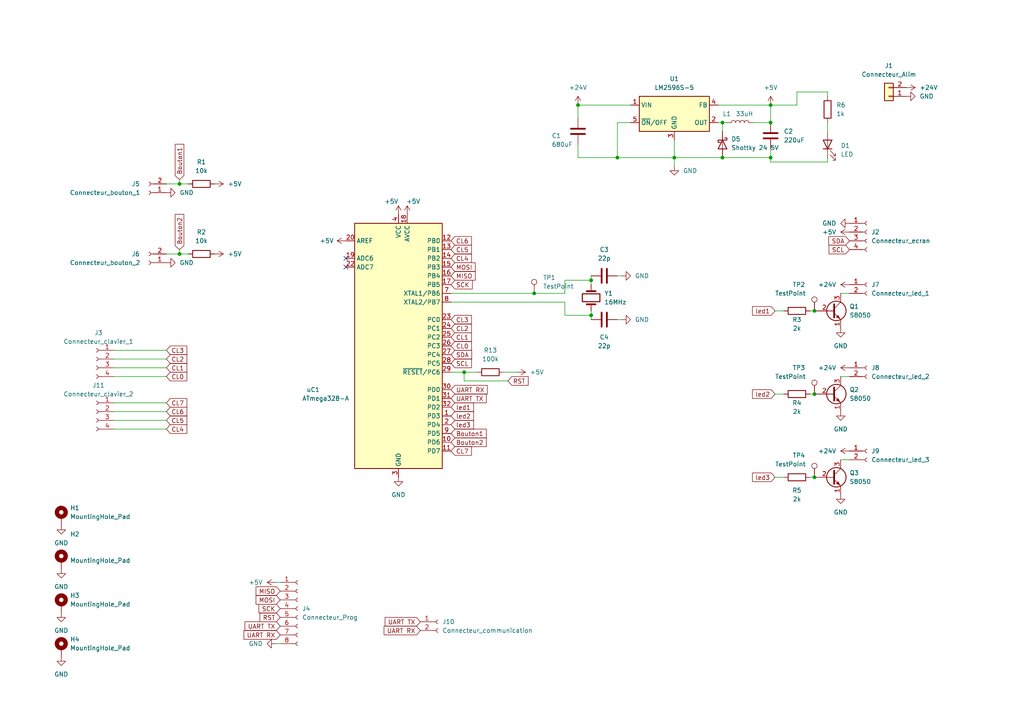
<source format=kicad_sch>
(kicad_sch (version 20211123) (generator eeschema)
  (paper "A4")
  (lib_symbols
    (symbol "Connector:Conn_01x02_Female" (pin_names (offset 1.016) hide)
      (property "Reference" "J" (at 0 2.54 0))
      (property "Value" "Conn_01x02_Female" (at 0 -5.08 0))
      (symbol "Conn_01x02_Female_1_1"
        (arc (start 0 -2.032) (mid -0.508 -2.54) (end 0 -3.048) (stroke (width 0.1524)))
        (polyline (pts (xy -1.27 -2.54) (xy -0.508 -2.54)) (stroke (width 0.1524)))
        (polyline (pts (xy -1.27 0) (xy -0.508 0)) (stroke (width 0.1524)))
        (arc (start 0 0.508) (mid -0.508 0) (end 0 -0.508) (stroke (width 0.1524)))
        (pin passive line (at -5.08 0 0) (length 3.81) (name "Pin_1") (number "1"))
        (pin passive line (at -5.08 -2.54 0) (length 3.81) (name "Pin_2") (number "2"))
      )
    )
    (symbol "Connector:Conn_01x04_Female" (pin_names (offset 1.016) hide)
      (property "Reference" "J" (at 0 5.08 0))
      (property "Value" "Conn_01x04_Female" (at 0 -7.62 0))
      (symbol "Conn_01x04_Female_1_1"
        (arc (start 0 -4.572) (mid -0.508 -5.08) (end 0 -5.588) (stroke (width 0.1524)))
        (arc (start 0 -2.032) (mid -0.508 -2.54) (end 0 -3.048) (stroke (width 0.1524)))
        (polyline (pts (xy -1.27 -5.08) (xy -0.508 -5.08)) (stroke (width 0.1524)))
        (polyline (pts (xy -1.27 -2.54) (xy -0.508 -2.54)) (stroke (width 0.1524)))
        (polyline (pts (xy -1.27 0) (xy -0.508 0)) (stroke (width 0.1524)))
        (polyline (pts (xy -1.27 2.54) (xy -0.508 2.54)) (stroke (width 0.1524)))
        (arc (start 0 0.508) (mid -0.508 0) (end 0 -0.508) (stroke (width 0.1524)))
        (arc (start 0 3.048) (mid -0.508 2.54) (end 0 2.032) (stroke (width 0.1524)))
        (pin passive line (at -5.08 2.54 0) (length 3.81) (name "Pin_1") (number "1"))
        (pin passive line (at -5.08 0 0) (length 3.81) (name "Pin_2") (number "2"))
        (pin passive line (at -5.08 -2.54 0) (length 3.81) (name "Pin_3") (number "3"))
        (pin passive line (at -5.08 -5.08 0) (length 3.81) (name "Pin_4") (number "4"))
      )
    )
    (symbol "Connector:Conn_01x08_Female" (pin_names (offset 1.016) hide)
      (property "Reference" "J" (at 0 10.16 0))
      (property "Value" "Conn_01x08_Female" (at 0 -12.7 0))
      (symbol "Conn_01x08_Female_1_1"
        (arc (start 0 -9.652) (mid -0.508 -10.16) (end 0 -10.668) (stroke (width 0.1524)))
        (arc (start 0 -7.112) (mid -0.508 -7.62) (end 0 -8.128) (stroke (width 0.1524)))
        (arc (start 0 -4.572) (mid -0.508 -5.08) (end 0 -5.588) (stroke (width 0.1524)))
        (arc (start 0 -2.032) (mid -0.508 -2.54) (end 0 -3.048) (stroke (width 0.1524)))
        (polyline (pts (xy -1.27 -10.16) (xy -0.508 -10.16)) (stroke (width 0.1524)))
        (polyline (pts (xy -1.27 -7.62) (xy -0.508 -7.62)) (stroke (width 0.1524)))
        (polyline (pts (xy -1.27 -5.08) (xy -0.508 -5.08)) (stroke (width 0.1524)))
        (polyline (pts (xy -1.27 -2.54) (xy -0.508 -2.54)) (stroke (width 0.1524)))
        (polyline (pts (xy -1.27 0) (xy -0.508 0)) (stroke (width 0.1524)))
        (polyline (pts (xy -1.27 2.54) (xy -0.508 2.54)) (stroke (width 0.1524)))
        (polyline (pts (xy -1.27 5.08) (xy -0.508 5.08)) (stroke (width 0.1524)))
        (polyline (pts (xy -1.27 7.62) (xy -0.508 7.62)) (stroke (width 0.1524)))
        (arc (start 0 0.508) (mid -0.508 0) (end 0 -0.508) (stroke (width 0.1524)))
        (arc (start 0 3.048) (mid -0.508 2.54) (end 0 2.032) (stroke (width 0.1524)))
        (arc (start 0 5.588) (mid -0.508 5.08) (end 0 4.572) (stroke (width 0.1524)))
        (arc (start 0 8.128) (mid -0.508 7.62) (end 0 7.112) (stroke (width 0.1524)))
        (pin passive line (at -5.08 7.62 0) (length 3.81) (name "Pin_1") (number "1"))
        (pin passive line (at -5.08 5.08 0) (length 3.81) (name "Pin_2") (number "2"))
        (pin passive line (at -5.08 2.54 0) (length 3.81) (name "Pin_3") (number "3"))
        (pin passive line (at -5.08 0 0) (length 3.81) (name "Pin_4") (number "4"))
        (pin passive line (at -5.08 -2.54 0) (length 3.81) (name "Pin_5") (number "5"))
        (pin passive line (at -5.08 -5.08 0) (length 3.81) (name "Pin_6") (number "6"))
        (pin passive line (at -5.08 -7.62 0) (length 3.81) (name "Pin_7") (number "7"))
        (pin passive line (at -5.08 -10.16 0) (length 3.81) (name "Pin_8") (number "8"))
      )
    )
    (symbol "Connector:TestPoint" (pin_numbers hide) (pin_names (offset 0.762) hide)
      (property "Reference" "TP" (at 0 6.858 0))
      (property "Value" "TestPoint" (at 0 5.08 0))
      (symbol "TestPoint_0_1"
        (circle (center 0 3.302) (radius 0.762))
      )
      (symbol "TestPoint_1_1"
        (pin passive line (at 0 0 90) (length 2.54) (name "1") (number "1"))
      )
    )
    (symbol "Connector_Generic:Conn_01x02" (pin_names (offset 1.016) hide)
      (property "Reference" "J" (at 0 2.54 0))
      (property "Value" "Conn_01x02" (at 0 -5.08 0))
      (symbol "Conn_01x02_1_1"
        (rectangle (start -1.27 -2.413) (end 0 -2.667) (stroke (width 0.1524)))
        (rectangle (start -1.27 0.127) (end 0 -0.127) (stroke (width 0.1524)))
        (rectangle (start -1.27 1.27) (end 1.27 -3.81) (stroke (width 0.254)) (fill (type background)))
        (pin passive line (at -5.08 0 0) (length 3.81) (name "Pin_1") (number "1"))
        (pin passive line (at -5.08 -2.54 0) (length 3.81) (name "Pin_2") (number "2"))
      )
    )
    (symbol "Device:C" (pin_numbers hide) (pin_names (offset 0.254))
      (property "Reference" "C" (at 0.635 2.54 0))
      (property "Value" "C" (at 0.635 -2.54 0))
      (symbol "C_0_1"
        (polyline (pts (xy -2.032 -0.762) (xy 2.032 -0.762)) (stroke (width 0.508)))
        (polyline (pts (xy -2.032 0.762) (xy 2.032 0.762)) (stroke (width 0.508)))
      )
      (symbol "C_1_1"
        (pin passive line (at 0 3.81 270) (length 2.794) (name "~") (number "1"))
        (pin passive line (at 0 -3.81 90) (length 2.794) (name "~") (number "2"))
      )
    )
    (symbol "Device:Crystal" (pin_numbers hide) (pin_names (offset 1.016) hide)
      (property "Reference" "Y" (at 0 3.81 0))
      (property "Value" "Crystal" (at 0 -3.81 0))
      (symbol "Crystal_0_1"
        (rectangle (start -1.143 2.54) (end 1.143 -2.54) (stroke (width 0.3048)))
        (polyline (pts (xy -2.54 0) (xy -1.905 0)))
        (polyline (pts (xy -1.905 -1.27) (xy -1.905 1.27)) (stroke (width 0.508)))
        (polyline (pts (xy 1.905 -1.27) (xy 1.905 1.27)) (stroke (width 0.508)))
        (polyline (pts (xy 2.54 0) (xy 1.905 0)))
      )
      (symbol "Crystal_1_1"
        (pin passive line (at -3.81 0 0) (length 1.27) (name "1") (number "1"))
        (pin passive line (at 3.81 0 180) (length 1.27) (name "2") (number "2"))
      )
    )
    (symbol "Device:L" (pin_numbers hide) (pin_names (offset 1.016) hide)
      (property "Reference" "L" (at -1.27 0 90))
      (property "Value" "L" (at 1.905 0 90))
      (symbol "L_0_1"
        (arc (start 0 -2.54) (mid 0.635 -1.905) (end 0 -1.27))
        (arc (start 0 -1.27) (mid 0.635 -0.635) (end 0 0))
        (arc (start 0 0) (mid 0.635 0.635) (end 0 1.27))
        (arc (start 0 1.27) (mid 0.635 1.905) (end 0 2.54))
      )
      (symbol "L_1_1"
        (pin passive line (at 0 3.81 270) (length 1.27) (name "1") (number "1"))
        (pin passive line (at 0 -3.81 90) (length 1.27) (name "2") (number "2"))
      )
    )
    (symbol "Device:LED" (pin_numbers hide) (pin_names (offset 1.016) hide)
      (property "Reference" "D" (at 0 2.54 0))
      (property "Value" "LED" (at 0 -2.54 0))
      (symbol "LED_0_1"
        (polyline (pts (xy -1.27 -1.27) (xy -1.27 1.27)) (stroke (width 0.254)))
        (polyline (pts (xy -1.27 0) (xy 1.27 0)))
        (polyline (pts (xy 1.27 -1.27) (xy 1.27 1.27) (xy -1.27 0) (xy 1.27 -1.27)) (stroke (width 0.254)))
        (polyline (pts (xy -3.048 -0.762) (xy -4.572 -2.286) (xy -3.81 -2.286) (xy -4.572 -2.286) (xy -4.572 -1.524)))
        (polyline (pts (xy -1.778 -0.762) (xy -3.302 -2.286) (xy -2.54 -2.286) (xy -3.302 -2.286) (xy -3.302 -1.524)))
      )
      (symbol "LED_1_1"
        (pin passive line (at -3.81 0 0) (length 2.54) (name "K") (number "1"))
        (pin passive line (at 3.81 0 180) (length 2.54) (name "A") (number "2"))
      )
    )
    (symbol "Device:R" (pin_numbers hide) (pin_names (offset 0))
      (property "Reference" "R" (at 2.032 0 90))
      (property "Value" "R" (at 0 0 90))
      (symbol "R_0_1"
        (rectangle (start -1.016 -2.54) (end 1.016 2.54) (stroke (width 0.254)))
      )
      (symbol "R_1_1"
        (pin passive line (at 0 3.81 270) (length 1.27) (name "~") (number "1"))
        (pin passive line (at 0 -3.81 90) (length 1.27) (name "~") (number "2"))
      )
    )
    (symbol "Diode:1N5822" (pin_numbers hide) (pin_names (offset 1.016) hide)
      (property "Reference" "D" (at 0 2.54 0))
      (property "Value" "1N5822" (at 0 -2.54 0))
      (symbol "1N5822_0_1"
        (polyline (pts (xy 1.27 0) (xy -1.27 0)))
        (polyline (pts (xy 1.27 1.27) (xy 1.27 -1.27) (xy -1.27 0) (xy 1.27 1.27)) (stroke (width 0.254)))
        (polyline (pts (xy -1.905 0.635) (xy -1.905 1.27) (xy -1.27 1.27) (xy -1.27 -1.27) (xy -0.635 -1.27) (xy -0.635 -0.635)) (stroke (width 0.254)))
      )
      (symbol "1N5822_1_1"
        (pin passive line (at -3.81 0 0) (length 2.54) (name "K") (number "1"))
        (pin passive line (at 3.81 0 180) (length 2.54) (name "A") (number "2"))
      )
    )
    (symbol "MCU_Microchip_ATmega:ATmega328-A"
      (property "Reference" "U" (at -12.7 36.83 0))
      (property "Value" "ATmega328-A" (at 2.54 -36.83 0))
      (symbol "ATmega328-A_0_1"
        (rectangle (start -12.7 -35.56) (end 12.7 35.56) (stroke (width 0.254)) (fill (type background)))
      )
      (symbol "ATmega328-A_1_1"
        (pin bidirectional line (at 15.24 -20.32 180) (length 2.54) (name "PD3") (number "1"))
        (pin bidirectional line (at 15.24 -27.94 180) (length 2.54) (name "PD6") (number "10"))
        (pin bidirectional line (at 15.24 -30.48 180) (length 2.54) (name "PD7") (number "11"))
        (pin bidirectional line (at 15.24 30.48 180) (length 2.54) (name "PB0") (number "12"))
        (pin bidirectional line (at 15.24 27.94 180) (length 2.54) (name "PB1") (number "13"))
        (pin bidirectional line (at 15.24 25.4 180) (length 2.54) (name "PB2") (number "14"))
        (pin bidirectional line (at 15.24 22.86 180) (length 2.54) (name "PB3") (number "15"))
        (pin bidirectional line (at 15.24 20.32 180) (length 2.54) (name "PB4") (number "16"))
        (pin bidirectional line (at 15.24 17.78 180) (length 2.54) (name "PB5") (number "17"))
        (pin power_in line (at 2.54 38.1 270) (length 2.54) (name "AVCC") (number "18"))
        (pin input line (at -15.24 25.4 0) (length 2.54) (name "ADC6") (number "19"))
        (pin bidirectional line (at 15.24 -22.86 180) (length 2.54) (name "PD4") (number "2"))
        (pin passive line (at -15.24 30.48 0) (length 2.54) (name "AREF") (number "20"))
        (pin passive line (at 0 -38.1 90) (length 2.54) hide (name "GND") (number "21"))
        (pin input line (at -15.24 22.86 0) (length 2.54) (name "ADC7") (number "22"))
        (pin bidirectional line (at 15.24 7.62 180) (length 2.54) (name "PC0") (number "23"))
        (pin bidirectional line (at 15.24 5.08 180) (length 2.54) (name "PC1") (number "24"))
        (pin bidirectional line (at 15.24 2.54 180) (length 2.54) (name "PC2") (number "25"))
        (pin bidirectional line (at 15.24 0 180) (length 2.54) (name "PC3") (number "26"))
        (pin bidirectional line (at 15.24 -2.54 180) (length 2.54) (name "PC4") (number "27"))
        (pin bidirectional line (at 15.24 -5.08 180) (length 2.54) (name "PC5") (number "28"))
        (pin bidirectional line (at 15.24 -7.62 180) (length 2.54) (name "~{RESET}/PC6") (number "29"))
        (pin power_in line (at 0 -38.1 90) (length 2.54) (name "GND") (number "3"))
        (pin bidirectional line (at 15.24 -12.7 180) (length 2.54) (name "PD0") (number "30"))
        (pin bidirectional line (at 15.24 -15.24 180) (length 2.54) (name "PD1") (number "31"))
        (pin bidirectional line (at 15.24 -17.78 180) (length 2.54) (name "PD2") (number "32"))
        (pin power_in line (at 0 38.1 270) (length 2.54) (name "VCC") (number "4"))
        (pin passive line (at 0 -38.1 90) (length 2.54) hide (name "GND") (number "5"))
        (pin passive line (at 0 38.1 270) (length 2.54) hide (name "VCC") (number "6"))
        (pin bidirectional line (at 15.24 15.24 180) (length 2.54) (name "XTAL1/PB6") (number "7"))
        (pin bidirectional line (at 15.24 12.7 180) (length 2.54) (name "XTAL2/PB7") (number "8"))
        (pin bidirectional line (at 15.24 -25.4 180) (length 2.54) (name "PD5") (number "9"))
      )
    )
    (symbol "Mechanical:MountingHole_Pad" (pin_numbers hide) (pin_names (offset 1.016) hide)
      (property "Reference" "H" (at 0 6.35 0))
      (property "Value" "MountingHole_Pad" (at 0 4.445 0))
      (symbol "MountingHole_Pad_0_1"
        (circle (center 0 1.27) (radius 1.27) (stroke (width 1.27)))
      )
      (symbol "MountingHole_Pad_1_1"
        (pin input line (at 0 -2.54 90) (length 2.54) (name "1") (number "1"))
      )
    )
    (symbol "Regulator_Switching:LM2596S-5"
      (property "Reference" "U" (at -10.16 6.35 0))
      (property "Value" "LM2596S-5" (at 0 6.35 0))
      (symbol "LM2596S-5_0_1"
        (rectangle (start -10.16 5.08) (end 10.16 -5.08) (stroke (width 0.254)) (fill (type background)))
      )
      (symbol "LM2596S-5_1_1"
        (pin power_in line (at -12.7 2.54 0) (length 2.54) (name "VIN") (number "1"))
        (pin output line (at 12.7 -2.54 180) (length 2.54) (name "OUT") (number "2"))
        (pin power_in line (at 0 -7.62 90) (length 2.54) (name "GND") (number "3"))
        (pin input line (at 12.7 2.54 180) (length 2.54) (name "FB") (number "4"))
        (pin input line (at -12.7 -2.54 0) (length 2.54) (name "~{ON}/OFF") (number "5"))
      )
    )
    (symbol "Transistor_BJT:2N3904" (pin_names (offset 0) hide)
      (property "Reference" "Q" (at 5.08 1.905 0))
      (property "Value" "2N3904" (at 5.08 0 0))
      (symbol "2N3904_0_1"
        (polyline (pts (xy 0.635 0.635) (xy 2.54 2.54)))
        (polyline (pts (xy 0.635 -0.635) (xy 2.54 -2.54) (xy 2.54 -2.54)))
        (polyline (pts (xy 0.635 1.905) (xy 0.635 -1.905) (xy 0.635 -1.905)) (stroke (width 0.508)))
        (polyline (pts (xy 1.27 -1.778) (xy 1.778 -1.27) (xy 2.286 -2.286) (xy 1.27 -1.778) (xy 1.27 -1.778)) (fill (type outline)))
        (circle (center 1.27 0) (radius 2.8194) (stroke (width 0.254)))
      )
      (symbol "2N3904_1_1"
        (pin passive line (at 2.54 -5.08 90) (length 2.54) (name "E") (number "1"))
        (pin passive line (at -5.08 0 0) (length 5.715) (name "B") (number "2"))
        (pin passive line (at 2.54 5.08 270) (length 2.54) (name "C") (number "3"))
      )
    )
    (symbol "power:+24V" (power) (pin_names (offset 0))
      (property "Value" "+24V" (at 0 3.556 0))
      (symbol "+24V_0_1"
        (polyline (pts (xy -0.762 1.27) (xy 0 2.54)))
        (polyline (pts (xy 0 0) (xy 0 2.54)))
        (polyline (pts (xy 0 2.54) (xy 0.762 1.27)))
      )
      (symbol "+24V_1_1"
        (pin power_in line (at 0 0 90) (length 0) hide (name "+24V") (number "1"))
      )
    )
    (symbol "power:+5V" (power) (pin_names (offset 0))
      (property "Value" "+5V" (at 0 3.556 0))
      (symbol "+5V_0_1"
        (polyline (pts (xy -0.762 1.27) (xy 0 2.54)))
        (polyline (pts (xy 0 0) (xy 0 2.54)))
        (polyline (pts (xy 0 2.54) (xy 0.762 1.27)))
      )
      (symbol "+5V_1_1"
        (pin power_in line (at 0 0 90) (length 0) hide (name "+5V") (number "1"))
      )
    )
    (symbol "power:GND" (power) (pin_names (offset 0))
      (property "Value" "GND" (at 0 -3.81 0))
      (symbol "GND_0_1"
        (polyline (pts (xy 0 0) (xy 0 -1.27) (xy 1.27 -1.27) (xy 0 -2.54) (xy -1.27 -1.27) (xy 0 -1.27)))
      )
      (symbol "GND_1_1"
        (pin power_in line (at 0 0 270) (length 0) hide (name "GND") (number "1"))
      )
    )
  )
  (junction (at 223.52 35.56))
  (junction (at 236.22 138.43))
  (junction (at 236.22 90.17))
  (junction (at 52.07 73.66))
  (junction (at 52.07 53.34))
  (junction (at 223.52 30.48))
  (junction (at 134.62 107.95))
  (junction (at 171.45 91.44))
  (junction (at 209.55 35.56))
  (junction (at 209.55 45.72))
  (junction (at 195.58 45.72))
  (junction (at 223.52 45.72))
  (junction (at 236.22 114.3))
  (junction (at 167.64 30.48))
  (junction (at 179.07 45.72))
  (junction (at 154.94 85.09))
  (junction (at 171.45 81.28))
  (no_connect (at 100.33 77.47))
  (no_connect (at 100.33 74.93))
  (wire (pts (xy 33.02 116.84) (xy 48.26 116.84)))
  (wire (pts (xy 223.52 46.99) (xy 223.52 45.72)))
  (wire (pts (xy 209.55 35.56) (xy 208.28 35.56)))
  (wire (pts (xy 234.95 114.3) (xy 236.22 114.3)))
  (wire (pts (xy 240.03 45.72) (xy 240.03 46.99)))
  (wire (pts (xy 163.83 91.44) (xy 171.45 91.44)))
  (wire (pts (xy 209.55 35.56) (xy 209.55 38.1)))
  (wire (pts (xy 182.88 35.56) (xy 179.07 35.56)))
  (wire (pts (xy 234.95 138.43) (xy 236.22 138.43)))
  (wire (pts (xy 243.84 109.22) (xy 246.38 109.22)))
  (wire (pts (xy 195.58 45.72) (xy 179.07 45.72)))
  (wire (pts (xy 163.83 87.63) (xy 163.83 91.44)))
  (wire (pts (xy 33.02 109.22) (xy 48.26 109.22)))
  (wire (pts (xy 80.01 168.91) (xy 81.28 168.91)))
  (wire (pts (xy 171.45 91.44) (xy 171.45 92.71)))
  (wire (pts (xy 195.58 45.72) (xy 195.58 40.64)))
  (wire (pts (xy 52.07 73.66) (xy 54.61 73.66)))
  (wire (pts (xy 33.02 121.92) (xy 48.26 121.92)))
  (wire (pts (xy 227.33 90.17) (xy 224.79 90.17)))
  (wire (pts (xy 147.32 110.49) (xy 134.62 110.49)))
  (wire (pts (xy 223.52 43.18) (xy 223.52 45.72)))
  (wire (pts (xy 80.01 186.69) (xy 81.28 186.69)))
  (wire (pts (xy 195.58 48.26) (xy 195.58 45.72)))
  (wire (pts (xy 243.84 133.35) (xy 246.38 133.35)))
  (wire (pts (xy 33.02 106.68) (xy 48.26 106.68)))
  (wire (pts (xy 171.45 81.28) (xy 171.45 82.55)))
  (wire (pts (xy 171.45 90.17) (xy 171.45 91.44)))
  (wire (pts (xy 48.26 53.34) (xy 52.07 53.34)))
  (wire (pts (xy 240.03 46.99) (xy 223.52 46.99)))
  (wire (pts (xy 146.05 107.95) (xy 149.86 107.95)))
  (wire (pts (xy 195.58 45.72) (xy 209.55 45.72)))
  (wire (pts (xy 223.52 45.72) (xy 209.55 45.72)))
  (wire (pts (xy 52.07 53.34) (xy 54.61 53.34)))
  (wire (pts (xy 227.33 114.3) (xy 224.79 114.3)))
  (wire (pts (xy 218.44 35.56) (xy 223.52 35.56)))
  (wire (pts (xy 52.07 72.39) (xy 52.07 73.66)))
  (wire (pts (xy 231.14 30.48) (xy 223.52 30.48)))
  (wire (pts (xy 33.02 124.46) (xy 48.26 124.46)))
  (wire (pts (xy 243.84 85.09) (xy 246.38 85.09)))
  (wire (pts (xy 240.03 26.67) (xy 231.14 26.67)))
  (wire (pts (xy 52.07 52.07) (xy 52.07 53.34)))
  (wire (pts (xy 130.81 87.63) (xy 163.83 87.63)))
  (wire (pts (xy 163.83 85.09) (xy 163.83 81.28)))
  (wire (pts (xy 130.81 107.95) (xy 134.62 107.95)))
  (wire (pts (xy 163.83 81.28) (xy 171.45 81.28)))
  (wire (pts (xy 179.07 45.72) (xy 167.64 45.72)))
  (wire (pts (xy 234.95 90.17) (xy 236.22 90.17)))
  (wire (pts (xy 33.02 119.38) (xy 48.26 119.38)))
  (wire (pts (xy 179.07 35.56) (xy 179.07 45.72)))
  (wire (pts (xy 48.26 73.66) (xy 52.07 73.66)))
  (wire (pts (xy 130.81 85.09) (xy 154.94 85.09)))
  (wire (pts (xy 134.62 107.95) (xy 138.43 107.95)))
  (wire (pts (xy 240.03 26.67) (xy 240.03 27.94)))
  (wire (pts (xy 171.45 80.01) (xy 171.45 81.28)))
  (wire (pts (xy 33.02 104.14) (xy 48.26 104.14)))
  (wire (pts (xy 240.03 35.56) (xy 240.03 38.1)))
  (wire (pts (xy 227.33 138.43) (xy 224.79 138.43)))
  (wire (pts (xy 180.34 92.71) (xy 179.07 92.71)))
  (wire (pts (xy 167.64 34.29) (xy 167.64 30.48)))
  (wire (pts (xy 223.52 30.48) (xy 208.28 30.48)))
  (wire (pts (xy 231.14 26.67) (xy 231.14 30.48)))
  (wire (pts (xy 167.64 30.48) (xy 182.88 30.48)))
  (wire (pts (xy 180.34 80.01) (xy 179.07 80.01)))
  (wire (pts (xy 210.82 35.56) (xy 209.55 35.56)))
  (wire (pts (xy 167.64 41.91) (xy 167.64 45.72)))
  (wire (pts (xy 154.94 85.09) (xy 163.83 85.09)))
  (wire (pts (xy 33.02 101.6) (xy 48.26 101.6)))
  (wire (pts (xy 134.62 110.49) (xy 134.62 107.95)))
  (wire (pts (xy 223.52 35.56) (xy 223.52 30.48)))
  (global_label "CL3" (shape input) (at 130.81 92.71 0) (property "Intersheet References" "${INTERSHEET_REFS}" (effects hide)))
  (global_label "CL2" (shape input) (at 48.26 104.14 0) (property "Intersheet References" "${INTERSHEET_REFS}" (effects hide)))
  (global_label "CL7" (shape input) (at 48.26 116.84 0) (property "Intersheet References" "${INTERSHEET_REFS}" (effects hide)))
  (global_label "UART RX" (shape input) (at 130.81 113.03 0) (property "Intersheet References" "${INTERSHEET_REFS}" (effects hide)))
  (global_label "led3" (shape input) (at 224.79 138.43 180) (property "Intersheet References" "${INTERSHEET_REFS}" (effects hide)))
  (global_label "CL4" (shape input) (at 48.26 124.46 0) (property "Intersheet References" "${INTERSHEET_REFS}" (effects hide)))
  (global_label "UART RX" (shape input) (at 81.28 184.15 180) (property "Intersheet References" "${INTERSHEET_REFS}" (effects hide)))
  (global_label "Bouton1" (shape input) (at 52.07 52.07 90) (property "Intersheet References" "${INTERSHEET_REFS}" (effects hide)))
  (global_label "led3" (shape input) (at 130.81 123.19 0) (property "Intersheet References" "${INTERSHEET_REFS}" (effects hide)))
  (global_label "UART TX" (shape input) (at 121.92 180.34 180) (property "Intersheet References" "${INTERSHEET_REFS}" (effects hide)))
  (global_label "Bouton1" (shape input) (at 130.81 125.73 0) (property "Intersheet References" "${INTERSHEET_REFS}" (effects hide)))
  (global_label "RST" (shape input) (at 147.32 110.49 0) (property "Intersheet References" "${INTERSHEET_REFS}" (effects hide)))
  (global_label "SDA" (shape input) (at 130.81 102.87 0) (property "Intersheet References" "${INTERSHEET_REFS}" (effects hide)))
  (global_label "CL6" (shape input) (at 130.81 69.85 0) (property "Intersheet References" "${INTERSHEET_REFS}" (effects hide)))
  (global_label "SCL" (shape input) (at 130.81 105.41 0) (property "Intersheet References" "${INTERSHEET_REFS}" (effects hide)))
  (global_label "CL6" (shape input) (at 48.26 119.38 0) (property "Intersheet References" "${INTERSHEET_REFS}" (effects hide)))
  (global_label "RST" (shape input) (at 81.28 179.07 180) (property "Intersheet References" "${INTERSHEET_REFS}" (effects hide)))
  (global_label "CL1" (shape input) (at 48.26 106.68 0) (property "Intersheet References" "${INTERSHEET_REFS}" (effects hide)))
  (global_label "CL7" (shape input) (at 130.81 130.81 0) (property "Intersheet References" "${INTERSHEET_REFS}" (effects hide)))
  (global_label "CL1" (shape input) (at 130.81 97.79 0) (property "Intersheet References" "${INTERSHEET_REFS}" (effects hide)))
  (global_label "SCK" (shape input) (at 81.28 176.53 180) (property "Intersheet References" "${INTERSHEET_REFS}" (effects hide)))
  (global_label "led1" (shape input) (at 130.81 118.11 0) (property "Intersheet References" "${INTERSHEET_REFS}" (effects hide)))
  (global_label "MOSI" (shape input) (at 81.28 173.99 180) (property "Intersheet References" "${INTERSHEET_REFS}" (effects hide)))
  (global_label "led1" (shape input) (at 224.79 90.17 180) (property "Intersheet References" "${INTERSHEET_REFS}" (effects hide)))
  (global_label "SCL" (shape input) (at 246.38 72.39 180) (property "Intersheet References" "${INTERSHEET_REFS}" (effects hide)))
  (global_label "led2" (shape input) (at 224.79 114.3 180) (property "Intersheet References" "${INTERSHEET_REFS}" (effects hide)))
  (global_label "CL4" (shape input) (at 130.81 74.93 0) (property "Intersheet References" "${INTERSHEET_REFS}" (effects hide)))
  (global_label "MISO" (shape input) (at 130.81 80.01 0) (property "Intersheet References" "${INTERSHEET_REFS}" (effects hide)))
  (global_label "UART TX" (shape input) (at 81.28 181.61 180) (property "Intersheet References" "${INTERSHEET_REFS}" (effects hide)))
  (global_label "UART RX" (shape input) (at 121.92 182.88 180) (property "Intersheet References" "${INTERSHEET_REFS}" (effects hide)))
  (global_label "SCK" (shape input) (at 130.81 82.55 0) (property "Intersheet References" "${INTERSHEET_REFS}" (effects hide)))
  (global_label "CL2" (shape input) (at 130.81 95.25 0) (property "Intersheet References" "${INTERSHEET_REFS}" (effects hide)))
  (global_label "UART TX" (shape input) (at 130.81 115.57 0) (property "Intersheet References" "${INTERSHEET_REFS}" (effects hide)))
  (global_label "led2" (shape input) (at 130.81 120.65 0) (property "Intersheet References" "${INTERSHEET_REFS}" (effects hide)))
  (global_label "CL3" (shape input) (at 48.26 101.6 0) (property "Intersheet References" "${INTERSHEET_REFS}" (effects hide)))
  (global_label "CL0" (shape input) (at 48.26 109.22 0) (property "Intersheet References" "${INTERSHEET_REFS}" (effects hide)))
  (global_label "CL0" (shape input) (at 130.81 100.33 0) (property "Intersheet References" "${INTERSHEET_REFS}" (effects hide)))
  (global_label "MOSI" (shape input) (at 130.81 77.47 0) (property "Intersheet References" "${INTERSHEET_REFS}" (effects hide)))
  (global_label "Bouton2" (shape input) (at 52.07 72.39 90) (property "Intersheet References" "${INTERSHEET_REFS}" (effects hide)))
  (global_label "SDA" (shape input) (at 246.38 69.85 180) (property "Intersheet References" "${INTERSHEET_REFS}" (effects hide)))
  (global_label "Bouton2" (shape input) (at 130.81 128.27 0) (property "Intersheet References" "${INTERSHEET_REFS}" (effects hide)))
  (global_label "MISO" (shape input) (at 81.28 171.45 180) (property "Intersheet References" "${INTERSHEET_REFS}" (effects hide)))
  (global_label "CL5" (shape input) (at 130.81 72.39 0) (property "Intersheet References" "${INTERSHEET_REFS}" (effects hide)))
  (global_label "CL5" (shape input) (at 48.26 121.92 0) (property "Intersheet References" "${INTERSHEET_REFS}" (effects hide)))
  (symbol (lib_id "power:GND") (at 17.78 190.5 0) (unit 1)
    (property "Reference" "#PWR030" (effects hide))
    (property "Value" "GND" (at 17.78 195.58 0))
  )
  (symbol (lib_id "power:+5V") (at 118.11 62.23 0) (unit 1)
    (property "Reference" "#PWR014" (effects hide))
    (property "Value" "+5V" (at 121.92 58.42 0) (effects (justify right)))
  )
  (symbol (lib_id "Regulator_Switching:LM2596S-5") (at 195.58 33.02 0) (unit 1)
    (property "Reference" "U1" (at 195.58 22.86 0))
    (property "Value" "LM2596S-5" (at 195.58 25.4 0))
    (property "Footprint" "Package_TO_SOT_SMD:TO-263-5_TabPin3" (effects hide))
    (property "Datasheet" "http://www.ti.com/lit/ds/symlink/lm2596.pdf" (effects hide))
  )
  (symbol (lib_id "Transistor_BJT:2N3904") (at 241.3 90.17 0) (unit 1)
    (property "Reference" "Q1" (at 246.38 88.8999 0) (effects (justify left)))
    (property "Value" "S8050" (at 246.38 91.4399 0) (effects (justify left)))
    (property "Footprint" "Package_TO_SOT_SMD:SOT-23-3" (effects hide))
    (property "Datasheet" "https://www.onsemi.com/pub/Collateral/2N3903-D.PDF" (effects hide))
  )
  (symbol (lib_id "power:+5V") (at 115.57 62.23 0) (unit 1)
    (property "Reference" "#PWR012" (effects hide))
    (property "Value" "+5V" (at 115.57 58.42 0) (effects (justify right)))
  )
  (symbol (lib_id "Connector:Conn_01x04_Female") (at 27.94 104.14 0) (mirror y) (unit 1)
    (property "Reference" "J3" (at 28.575 96.52 0))
    (property "Value" "Connecteur_clavier_1" (at 28.575 99.06 0))
    (property "Footprint" "Connector_JST:JST_XH_S4B-XH-A_1x04_P2.50mm_Horizontal" (effects hide))
  )
  (symbol (lib_id "Device:R") (at 231.14 90.17 90) (unit 1)
    (property "Reference" "R3" (at 231.14 92.71 90))
    (property "Value" "2k" (at 231.14 95.25 90))
    (property "Footprint" "Resistor_SMD:R_1206_3216Metric" (effects hide))
  )
  (symbol (lib_id "Connector:TestPoint") (at 236.22 138.43 0) (unit 1)
    (property "Reference" "TP4" (at 229.87 132.08 0) (effects (justify left)))
    (property "Value" "TestPoint" (at 224.79 134.62 0) (effects (justify left)))
    (property "Footprint" "TestPoint:TestPoint_Pad_1.5x1.5mm" (effects hide))
  )
  (symbol (lib_id "Device:Crystal") (at 171.45 86.36 270) (unit 1)
    (property "Reference" "Y1" (at 175.26 85.0899 90) (effects (justify left)))
    (property "Value" "16MHz" (at 175.26 87.6299 90) (effects (justify left)))
    (property "Footprint" "Crystal:Crystal_SMD_3225-4Pin_3.2x2.5mm" (effects hide))
  )
  (symbol (lib_id "Device:C") (at 175.26 80.01 90) (unit 1)
    (property "Reference" "C3" (at 175.26 72.39 90))
    (property "Value" "22p" (at 175.26 74.93 90))
    (property "Footprint" "Capacitor_SMD:C_0402_1005Metric" (effects hide))
  )
  (symbol (lib_id "Diode:1N5822") (at 209.55 41.91 270) (unit 1)
    (property "Reference" "D5" (at 212.09 40.3224 90) (effects (justify left)))
    (property "Value" "Shottky 24 5V" (at 212.09 42.8624 90) (effects (justify left)))
    (property "Footprint" "Diode_SMD:D_SOD-128" (effects hide))
    (property "Datasheet" "http://www.vishay.com/docs/88526/1n5820.pdf" (effects hide))
  )
  (symbol (lib_id "power:+24V") (at 246.38 82.55 90) (unit 1)
    (property "Reference" "#PWR023" (effects hide))
    (property "Value" "+24V" (at 242.57 82.5499 90) (effects (justify left)))
  )
  (symbol (lib_id "power:+5V") (at 223.52 30.48 0) (unit 1)
    (property "Reference" "#PWR015" (effects hide))
    (property "Value" "+5V" (at 223.52 25.4 0))
  )
  (symbol (lib_id "power:GND") (at 243.84 95.25 0) (unit 1)
    (property "Reference" "#PWR07" (effects hide))
    (property "Value" "GND" (at 243.84 100.33 0))
  )
  (symbol (lib_id "power:GND") (at 180.34 92.71 90) (unit 1)
    (property "Reference" "#PWR018" (effects hide))
    (property "Value" "GND" (at 184.15 92.7099 90) (effects (justify right)))
  )
  (symbol (lib_id "Device:L") (at 214.63 35.56 90) (unit 1)
    (property "Reference" "L1" (at 210.82 33.02 90))
    (property "Value" "33uH" (at 215.9 33.02 90))
    (property "Footprint" "Inductor_SMD:L_7.3x7.3_H4.5" (effects hide))
  )
  (symbol (lib_id "Transistor_BJT:2N3904") (at 241.3 138.43 0) (unit 1)
    (property "Reference" "Q3" (at 246.38 137.1599 0) (effects (justify left)))
    (property "Value" "S8050" (at 246.38 139.6999 0) (effects (justify left)))
    (property "Footprint" "Package_TO_SOT_SMD:SOT-23-3" (effects hide))
    (property "Datasheet" "https://www.onsemi.com/pub/Collateral/2N3903-D.PDF" (effects hide))
  )
  (symbol (lib_id "power:GND") (at 48.26 76.2 90) (unit 1)
    (property "Reference" "#PWR03" (effects hide))
    (property "Value" "GND" (at 52.07 76.1999 90) (effects (justify right)))
  )
  (symbol (lib_id "power:GND") (at 80.01 186.69 270) (unit 1)
    (property "Reference" "#PWR020" (effects hide))
    (property "Value" "GND" (at 76.2 186.6899 90) (effects (justify right)))
  )
  (symbol (lib_id "power:GND") (at 48.26 55.88 90) (unit 1)
    (property "Reference" "#PWR01" (effects hide))
    (property "Value" "GND" (at 52.07 55.8799 90) (effects (justify right)))
  )
  (symbol (lib_id "Connector:Conn_01x02_Female") (at 251.46 130.81 0) (unit 1)
    (property "Reference" "J9" (at 252.73 130.8099 0) (effects (justify left)))
    (property "Value" "Connecteur_led_3" (at 252.73 133.3499 0) (effects (justify left)))
    (property "Footprint" "Connector_JST:JST_XH_B2B-XH-A_1x02_P2.50mm_Vertical" (effects hide))
  )
  (symbol (lib_id "Device:LED") (at 240.03 41.91 90) (unit 1)
    (property "Reference" "D1" (at 243.84 42.2274 90) (effects (justify right)))
    (property "Value" "LED" (at 243.84 44.7674 90) (effects (justify right)))
    (property "Footprint" "LED_SMD:LED_0805_2012Metric" (effects hide))
  )
  (symbol (lib_id "Connector:Conn_01x04_Female") (at 27.94 119.38 0) (mirror y) (unit 1)
    (property "Reference" "J11" (at 28.575 111.76 0))
    (property "Value" "Connecteur_clavier_2" (at 28.575 114.3 0))
    (property "Footprint" "Connector_JST:JST_XH_S4B-XH-A_1x04_P2.50mm_Horizontal" (effects hide))
  )
  (symbol (lib_id "Connector:TestPoint") (at 236.22 114.3 0) (unit 1)
    (property "Reference" "TP3" (at 229.87 106.68 0) (effects (justify left)))
    (property "Value" "TestPoint" (at 224.79 109.22 0) (effects (justify left)))
    (property "Footprint" "TestPoint:TestPoint_Pad_1.5x1.5mm" (effects hide))
  )
  (symbol (lib_id "Connector:TestPoint") (at 154.94 85.09 0) (unit 1)
    (property "Reference" "TP1" (at 157.48 80.5179 0) (effects (justify left)))
    (property "Value" "TestPoint" (at 157.48 83.0579 0) (effects (justify left)))
    (property "Footprint" "TestPoint:TestPoint_Pad_1.5x1.5mm" (effects hide))
  )
  (symbol (lib_id "Connector:Conn_01x02_Female") (at 127 180.34 0) (unit 1)
    (property "Reference" "J10" (at 128.27 180.3399 0) (effects (justify left)))
    (property "Value" "Connecteur_communication" (at 128.27 182.8799 0) (effects (justify left)))
    (property "Footprint" "Connector_JST:JST_XH_B2B-XH-A_1x02_P2.50mm_Vertical" (effects hide))
  )
  (symbol (lib_id "Mechanical:MountingHole_Pad") (at 17.78 175.26 0) (unit 1)
    (property "Reference" "H3" (at 20.32 172.7199 0) (effects (justify left)))
    (property "Value" "MountingHole_Pad" (at 20.32 175.2599 0) (effects (justify left)))
    (property "Footprint" "MountingHole:MountingHole_4.3mm_M4_DIN965_Pad" (effects hide))
  )
  (symbol (lib_id "Connector:Conn_01x02_Female") (at 43.18 55.88 180) (unit 1)
    (property "Reference" "J5" (at 39.37 53.34 0))
    (property "Value" "Connecteur_bouton_1" (at 30.48 55.88 0))
    (property "Footprint" "Connector_JST:JST_XH_B2B-XH-A_1x02_P2.50mm_Vertical" (effects hide))
  )
  (symbol (lib_id "power:+24V") (at 262.89 25.4 270) (unit 1)
    (property "Reference" "#PWR026" (effects hide))
    (property "Value" "+24V" (at 266.7 25.3999 90) (effects (justify left)))
  )
  (symbol (lib_id "power:+5V") (at 100.33 69.85 90) (unit 1)
    (property "Reference" "#PWR011" (effects hide))
    (property "Value" "+5V" (at 92.71 69.85 90) (effects (justify right)))
  )
  (symbol (lib_id "Mechanical:MountingHole_Pad") (at 17.78 187.96 0) (unit 1)
    (property "Reference" "H4" (at 20.32 185.4199 0) (effects (justify left)))
    (property "Value" "MountingHole_Pad" (at 20.32 187.9599 0) (effects (justify left)))
    (property "Footprint" "MountingHole:MountingHole_4.3mm_M4_DIN965_Pad" (effects hide))
  )
  (symbol (lib_id "power:+5V") (at 246.38 67.31 90) (unit 1)
    (property "Reference" "#PWR022" (effects hide))
    (property "Value" "+5V" (at 242.57 67.31 90) (effects (justify left)))
  )
  (symbol (lib_id "Connector:TestPoint") (at 236.22 90.17 0) (unit 1)
    (property "Reference" "TP2" (at 229.87 82.55 0) (effects (justify left)))
    (property "Value" "TestPoint" (at 224.79 85.09 0) (effects (justify left)))
    (property "Footprint" "TestPoint:TestPoint_Pad_1.5x1.5mm" (effects hide))
  )
  (symbol (lib_id "Connector:Conn_01x02_Female") (at 251.46 106.68 0) (unit 1)
    (property "Reference" "J8" (at 252.73 106.6799 0) (effects (justify left)))
    (property "Value" "Connecteur_led_2" (at 252.73 109.2199 0) (effects (justify left)))
    (property "Footprint" "Connector_JST:JST_XH_B2B-XH-A_1x02_P2.50mm_Vertical" (effects hide))
  )
  (symbol (lib_id "power:+24V") (at 246.38 130.81 90) (unit 1)
    (property "Reference" "#PWR025" (effects hide))
    (property "Value" "+24V" (at 242.57 130.8099 90) (effects (justify left)))
  )
  (symbol (lib_id "power:GND") (at 262.89 27.94 90) (unit 1)
    (property "Reference" "#PWR02" (effects hide))
    (property "Value" "GND" (at 266.7 27.9399 90) (effects (justify right)))
  )
  (symbol (lib_id "power:+5V") (at 80.01 168.91 90) (unit 1)
    (property "Reference" "#PWR019" (effects hide))
    (property "Value" "+5V" (at 76.2 168.9099 90) (effects (justify left)))
  )
  (symbol (lib_id "Device:C") (at 167.64 38.1 0) (unit 1)
    (property "Reference" "C1" (at 160.02 39.37 0) (effects (justify left)))
    (property "Value" "680uF" (at 160.02 41.91 0) (effects (justify left)))
    (property "Footprint" "Capacitor_SMD:C_Elec_10x10.2" (effects hide))
  )
  (symbol (lib_id "Mechanical:MountingHole_Pad") (at 17.78 162.56 0) (unit 1)
    (property "Reference" "H2" (at 20.32 154.9399 0) (effects (justify left)))
    (property "Value" "MountingHole_Pad" (at 20.32 162.5599 0) (effects (justify left)))
    (property "Footprint" "MountingHole:MountingHole_4.3mm_M4_DIN965_Pad" (effects hide))
  )
  (symbol (lib_id "power:GND") (at 17.78 152.4 0) (unit 1)
    (property "Reference" "#PWR027" (effects hide))
    (property "Value" "GND" (at 17.78 157.48 0))
  )
  (symbol (lib_id "Connector:Conn_01x02_Female") (at 251.46 82.55 0) (unit 1)
    (property "Reference" "J7" (at 252.73 82.5499 0) (effects (justify left)))
    (property "Value" "Connecteur_led_1" (at 252.73 85.0899 0) (effects (justify left)))
    (property "Footprint" "Connector_JST:JST_XH_B2B-XH-A_1x02_P2.50mm_Vertical" (effects hide))
  )
  (symbol (lib_id "power:GND") (at 243.84 143.51 0) (unit 1)
    (property "Reference" "#PWR09" (effects hide))
    (property "Value" "GND" (at 243.84 148.59 0))
  )
  (symbol (lib_id "power:+5V") (at 62.23 73.66 270) (unit 1)
    (property "Reference" "#PWR05" (effects hide))
    (property "Value" "+5V" (at 66.04 73.6599 90) (effects (justify left)))
  )
  (symbol (lib_id "Device:R") (at 240.03 31.75 0) (unit 1)
    (property "Reference" "R6" (at 242.57 30.4799 0) (effects (justify left)))
    (property "Value" "1k" (at 242.57 33.0199 0) (effects (justify left)))
    (property "Footprint" "Resistor_SMD:R_1206_3216Metric" (effects hide))
  )
  (symbol (lib_id "Device:R") (at 142.24 107.95 90) (unit 1)
    (property "Reference" "R13" (at 142.24 101.6 90))
    (property "Value" "100k" (at 142.24 104.14 90))
    (property "Footprint" "Resistor_SMD:R_1206_3216Metric" (effects hide))
  )
  (symbol (lib_id "Connector:Conn_01x04_Female") (at 251.46 67.31 0) (unit 1)
    (property "Reference" "J2" (at 252.73 67.3099 0) (effects (justify left)))
    (property "Value" "Connecteur_ecran" (at 252.73 69.8499 0) (effects (justify left)))
    (property "Footprint" "Connector_JST:JST_XH_B4B-XH-A_1x04_P2.50mm_Vertical" (effects hide))
  )
  (symbol (lib_id "Device:R") (at 58.42 53.34 90) (unit 1)
    (property "Reference" "R1" (at 58.42 46.99 90))
    (property "Value" "10k" (at 58.42 49.53 90))
    (property "Footprint" "Resistor_SMD:R_1206_3216Metric" (effects hide))
  )
  (symbol (lib_id "Device:C") (at 175.26 92.71 90) (unit 1)
    (property "Reference" "C4" (at 175.26 97.79 90))
    (property "Value" "22p" (at 175.26 100.33 90))
    (property "Footprint" "Capacitor_SMD:C_0402_1005Metric" (effects hide))
  )
  (symbol (lib_id "power:+24V") (at 167.64 30.48 0) (unit 1)
    (property "Reference" "#PWR06" (effects hide))
    (property "Value" "+24V" (at 167.64 25.4 0))
  )
  (symbol (lib_id "power:GND") (at 180.34 80.01 90) (unit 1)
    (property "Reference" "#PWR017" (effects hide))
    (property "Value" "GND" (at 184.15 80.0099 90) (effects (justify right)))
  )
  (symbol (lib_id "Device:C") (at 223.52 39.37 0) (unit 1)
    (property "Reference" "C2" (at 227.33 38.1 0) (effects (justify left)))
    (property "Value" "220uF" (at 227.33 40.64 0) (effects (justify left)))
    (property "Footprint" "Capacitor_SMD:C_Elec_10x10.2" (effects hide))
  )
  (symbol (lib_id "power:GND") (at 246.38 64.77 270) (unit 1)
    (property "Reference" "#PWR021" (effects hide))
    (property "Value" "GND" (at 242.57 64.7699 90) (effects (justify right)))
  )
  (symbol (lib_id "MCU_Microchip_ATmega:ATmega328-A") (at 115.57 100.33 0) (unit 1)
    (property "Reference" "uC1" (at 88.9 113.03 0) (effects (justify left)))
    (property "Value" "ATmega328-A" (at 87.63 115.57 0) (effects (justify left)))
    (property "Footprint" "Package_QFP:TQFP-32_7x7mm_P0.8mm" (effects hide))
    (property "Datasheet" "http://ww1.microchip.com/downloads/en/DeviceDoc/ATmega328_P%20AVR%20MCU%20with%20picoPower%20Technology%20Data%20Sheet%2040001984A.pdf" (effects hide))
  )
  (symbol (lib_id "Device:R") (at 58.42 73.66 90) (unit 1)
    (property "Reference" "R2" (at 58.42 67.31 90))
    (property "Value" "10k" (at 58.42 69.85 90))
    (property "Footprint" "Resistor_SMD:R_1206_3216Metric" (effects hide))
  )
  (symbol (lib_id "Device:R") (at 231.14 114.3 90) (unit 1)
    (property "Reference" "R4" (at 231.14 116.84 90))
    (property "Value" "2k" (at 231.14 119.38 90))
    (property "Footprint" "Resistor_SMD:R_1206_3216Metric" (effects hide))
  )
  (symbol (lib_id "power:GND") (at 17.78 165.1 0) (unit 1)
    (property "Reference" "#PWR028" (effects hide))
    (property "Value" "GND" (at 17.78 170.18 0))
  )
  (symbol (lib_id "power:+5V") (at 62.23 53.34 270) (unit 1)
    (property "Reference" "#PWR04" (effects hide))
    (property "Value" "+5V" (at 66.04 53.3399 90) (effects (justify left)))
  )
  (symbol (lib_id "Device:R") (at 231.14 138.43 90) (unit 1)
    (property "Reference" "R5" (at 231.14 142.24 90))
    (property "Value" "2k" (at 231.14 144.78 90))
    (property "Footprint" "Resistor_SMD:R_1206_3216Metric" (effects hide))
  )
  (symbol (lib_id "power:GND") (at 195.58 48.26 0) (unit 1)
    (property "Reference" "#PWR010" (effects hide))
    (property "Value" "GND" (at 198.12 49.5299 0) (effects (justify left)))
  )
  (symbol (lib_id "power:+24V") (at 246.38 106.68 90) (unit 1)
    (property "Reference" "#PWR024" (effects hide))
    (property "Value" "+24V" (at 242.57 106.6799 90) (effects (justify left)))
  )
  (symbol (lib_id "Connector:Conn_01x02_Female") (at 43.18 76.2 180) (unit 1)
    (property "Reference" "J6" (at 39.37 73.66 0))
    (property "Value" "Connecteur_bouton_2" (at 30.48 76.2 0))
    (property "Footprint" "Connector_JST:JST_XH_B2B-XH-A_1x02_P2.50mm_Vertical" (effects hide))
  )
  (symbol (lib_id "power:GND") (at 243.84 119.38 0) (unit 1)
    (property "Reference" "#PWR08" (effects hide))
    (property "Value" "GND" (at 243.84 124.46 0))
  )
  (symbol (lib_id "Connector_Generic:Conn_01x02") (at 257.81 27.94 180) (unit 1)
    (property "Reference" "J1" (at 257.81 19.05 0))
    (property "Value" "Connecteur_Alim" (at 257.81 21.59 0))
    (property "Footprint" "TerminalBlock:TerminalBlock_bornier-2_P5.08mm" (effects hide))
  )
  (symbol (lib_id "Connector:Conn_01x08_Female") (at 86.36 176.53 0) (unit 1)
    (property "Reference" "J4" (at 87.63 176.5299 0) (effects (justify left)))
    (property "Value" "Connecteur_Prog" (at 87.63 179.0699 0) (effects (justify left)))
    (property "Footprint" "Connector_PinHeader_2.54mm:PinHeader_1x08_P2.54mm_Vertical" (effects hide))
  )
  (symbol (lib_id "power:GND") (at 17.78 177.8 0) (unit 1)
    (property "Reference" "#PWR029" (effects hide))
    (property "Value" "GND" (at 17.78 182.88 0))
  )
  (symbol (lib_id "power:+5V") (at 149.86 107.95 270) (unit 1)
    (property "Reference" "#PWR016" (effects hide))
    (property "Value" "+5V" (at 153.67 107.9499 90) (effects (justify left)))
  )
  (symbol (lib_id "power:GND") (at 115.57 138.43 0) (unit 1)
    (property "Reference" "#PWR013" (effects hide))
    (property "Value" "GND" (at 115.57 143.51 0))
  )
  (symbol (lib_id "Mechanical:MountingHole_Pad") (at 17.78 149.86 0) (unit 1)
    (property "Reference" "H1" (at 20.32 147.3199 0) (effects (justify left)))
    (property "Value" "MountingHole_Pad" (at 20.32 149.8599 0) (effects (justify left)))
    (property "Footprint" "MountingHole:MountingHole_4.3mm_M4_DIN965_Pad" (effects hide))
  )
  (symbol (lib_id "Transistor_BJT:2N3904") (at 241.3 114.3 0) (unit 1)
    (property "Reference" "Q2" (at 246.38 113.0299 0) (effects (justify left)))
    (property "Value" "S8050" (at 246.38 115.5699 0) (effects (justify left)))
    (property "Footprint" "Package_TO_SOT_SMD:SOT-23-3" (effects hide))
    (property "Datasheet" "https://www.onsemi.com/pub/Collateral/2N3903-D.PDF" (effects hide))
  )
)
</source>
